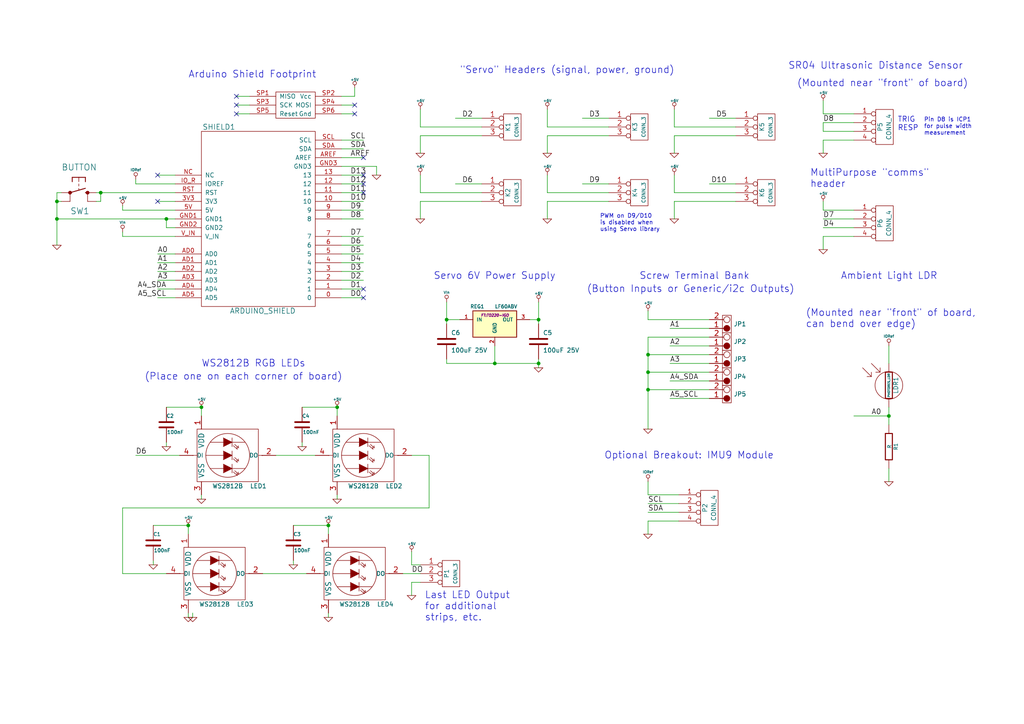
<source format=kicad_sch>
(kicad_sch (version 20230121) (generator eeschema)
  (paper "A4")
  (title_block (title "SimpleBot Shield V1.0") (rev "V1.0") (comment 2 "tapr.org/ohl") (comment 3 "Licensed unde TAPR OHL") (comment 4 "(C) 2014 Freetronics Pty Ltd"))
  (lib_symbols
    (symbol "simplebot_shield-rescue:+5V" (power) (pin_names (offset 1.016))
      (property "Value" "+5V" (at 0 2.286 0))
      (symbol "+5V_0_0"
        (pin power_in line (at 0 0 90) (length 0) hide (name "+5V") (number "1"))
      )
      (symbol "+5V_0_1"
        (polyline (pts (xy 0 0) (xy 0 0.762) (xy 0 0.762) (xy 0 0.762)))
        (circle (center 0 1.27) (radius 0.508))
      )
    )
    (symbol "simplebot_shield-rescue:+6V" (power) (pin_names (offset 0))
      (property "Value" "+6V" (at 0 2.54 0))
      (symbol "+6V_0_0"
        (pin power_in line (at 0 0 90) (length 0) hide (name "+6V") (number "1"))
      )
      (symbol "+6V_0_1"
        (polyline (pts (xy 0 0) (xy 0 1.016) (xy 0 1.016)))
        (circle (center 0 1.524) (radius 0.508))
      )
    )
    (symbol "simplebot_shield-rescue:ARDUINO_SHIELD" (pin_names (offset 1.016))
      (property "Reference" "SHIELD" (at -11.43 29.21 0))
      (property "Value" "ARDUINO_SHIELD" (at 1.27 -24.13 0))
      (symbol "ARDUINO_SHIELD_0_1"
        (rectangle (start -16.51 -22.86) (end 16.51 27.94))
        (rectangle (start 5.08 39.37) (end 16.51 31.75))
      )
      (symbol "ARDUINO_SHIELD_1_1"
        (pin bidirectional line (at 24.13 -20.32 180) (length 7.62) (name "0") (number "0"))
        (pin bidirectional line (at 24.13 -17.78 180) (length 7.62) (name "1") (number "1"))
        (pin bidirectional line (at 24.13 7.62 180) (length 7.62) (name "10") (number "10"))
        (pin bidirectional line (at 24.13 10.16 180) (length 7.62) (name "11") (number "11"))
        (pin bidirectional line (at 24.13 12.7 180) (length 7.62) (name "12") (number "12"))
        (pin bidirectional line (at 24.13 15.24 180) (length 7.62) (name "13") (number "13"))
        (pin bidirectional line (at 24.13 -15.24 180) (length 7.62) (name "2") (number "2"))
        (pin bidirectional line (at 24.13 -12.7 180) (length 7.62) (name "3") (number "3"))
        (pin power_out line (at -24.13 7.62 0) (length 7.62) (name "3V3") (number "3V3"))
        (pin bidirectional line (at 24.13 -10.16 180) (length 7.62) (name "4") (number "4"))
        (pin bidirectional line (at 24.13 -7.62 180) (length 7.62) (name "5") (number "5"))
        (pin power_out line (at -24.13 5.08 0) (length 7.62) (name "5V") (number "5V"))
        (pin bidirectional line (at 24.13 -5.08 180) (length 7.62) (name "6") (number "6"))
        (pin bidirectional line (at 24.13 -2.54 180) (length 7.62) (name "7") (number "7"))
        (pin bidirectional line (at 24.13 2.54 180) (length 7.62) (name "8") (number "8"))
        (pin bidirectional line (at 24.13 5.08 180) (length 7.62) (name "9") (number "9"))
        (pin bidirectional line (at -24.13 -7.62 0) (length 7.62) (name "AD0") (number "AD0"))
        (pin bidirectional line (at -24.13 -10.16 0) (length 7.62) (name "AD1") (number "AD1"))
        (pin bidirectional line (at -24.13 -12.7 0) (length 7.62) (name "AD2") (number "AD2"))
        (pin bidirectional line (at -24.13 -15.24 0) (length 7.62) (name "AD3") (number "AD3"))
        (pin bidirectional line (at -24.13 -17.78 0) (length 7.62) (name "AD4") (number "AD4"))
        (pin bidirectional line (at -24.13 -20.32 0) (length 7.62) (name "AD5") (number "AD5"))
        (pin power_out line (at 24.13 20.32 180) (length 7.62) (name "AREF") (number "AREF"))
        (pin power_out line (at -24.13 2.54 0) (length 7.62) (name "GND1") (number "GND1"))
        (pin power_out line (at -24.13 0 0) (length 7.62) (name "GND2") (number "GND2"))
        (pin power_out line (at 24.13 17.78 180) (length 7.62) (name "GND3") (number "GND3"))
        (pin power_out line (at -24.13 12.7 0) (length 7.62) (name "IOREF") (number "IO_R"))
        (pin passive line (at -24.13 15.24 0) (length 7.62) (name "NC") (number "NC"))
        (pin input line (at -24.13 10.16 0) (length 7.62) (name "RST") (number "RST"))
        (pin output line (at 24.13 25.4 180) (length 7.62) (name "SCL") (number "SCL"))
        (pin bidirectional line (at 24.13 22.86 180) (length 7.62) (name "SDA") (number "SDA"))
        (pin bidirectional line (at -2.54 38.1 0) (length 7.62) (name "MISO") (number "SP1"))
        (pin power_out line (at 24.13 38.1 180) (length 7.62) (name "Vcc") (number "SP2"))
        (pin bidirectional line (at -2.54 35.56 0) (length 7.62) (name "SCK") (number "SP3"))
        (pin bidirectional line (at 24.13 35.56 180) (length 7.62) (name "MOSI") (number "SP4"))
        (pin input line (at -2.54 33.02 0) (length 7.62) (name "Reset") (number "SP5"))
        (pin power_out line (at 24.13 33.02 180) (length 7.62) (name "Gnd") (number "SP6"))
        (pin power_out line (at -24.13 -2.54 0) (length 7.62) (name "V_IN") (number "V_IN"))
      )
    )
    (symbol "simplebot_shield-rescue:C" (pin_numbers hide) (pin_names (offset 0.254))
      (property "Reference" "C" (at 0 2.54 0))
      (property "Value" "C" (at 0.1524 -2.159 0))
      (symbol "C_0_1"
        (polyline (pts (xy -2.032 -0.762) (xy 2.032 -0.762)) (stroke (width 0.508)))
        (polyline (pts (xy -2.032 0.762) (xy 2.032 0.762)) (stroke (width 0.508)))
      )
      (symbol "C_1_1"
        (pin passive line (at 0 5.08 270) (length 4.318) (name "~") (number "1"))
        (pin passive line (at 0 -5.08 90) (length 4.318) (name "~") (number "2"))
      )
    )
    (symbol "simplebot_shield-rescue:CAP" (pin_numbers hide) (pin_names (offset 0.254))
      (property "Reference" "C" (at 1.27 2.54 0))
      (property "Value" "CAP" (at 1.27 -2.54 0))
      (symbol "CAP_0_1"
        (polyline (pts (xy -2.54 -0.762) (xy 2.54 -0.762)) (stroke (width 0.508)))
        (polyline (pts (xy -2.54 0.762) (xy 2.54 0.762)) (stroke (width 0.508)))
      )
      (symbol "CAP_1_1"
        (pin passive line (at 0 5.08 270) (length 4.318) (name "~") (number "1"))
        (pin passive line (at 0 -5.08 90) (length 4.318) (name "~") (number "2"))
      )
    )
    (symbol "simplebot_shield-rescue:CONN_3" (pin_names (offset 1.016) hide)
      (property "Reference" "K" (at -1.27 0 90))
      (property "Value" "CONN_3" (at 1.27 0 90))
      (symbol "CONN_3_0_1"
        (rectangle (start -2.54 3.81) (end 2.54 -3.81))
      )
      (symbol "CONN_3_1_1"
        (pin passive inverted (at -8.89 2.54 0) (length 6.35) (name "P1") (number "1"))
        (pin passive inverted (at -8.89 0 0) (length 6.35) (name "PM") (number "2"))
        (pin passive inverted (at -8.89 -2.54 0) (length 6.35) (name "P3") (number "3"))
      )
    )
    (symbol "simplebot_shield-rescue:CONN_4" (pin_names (offset 1.016) hide)
      (property "Reference" "P" (at -1.27 0 90))
      (property "Value" "CONN_4" (at 1.27 0 90))
      (symbol "CONN_4_0_1"
        (rectangle (start -2.54 5.08) (end 2.54 -5.08))
      )
      (symbol "CONN_4_1_1"
        (pin passive inverted (at -8.89 3.81 0) (length 6.35) (name "P1") (number "1"))
        (pin passive inverted (at -8.89 1.27 0) (length 6.35) (name "P2") (number "2"))
        (pin passive inverted (at -8.89 -1.27 0) (length 6.35) (name "P3") (number "3"))
        (pin passive inverted (at -8.89 -3.81 0) (length 6.35) (name "P4") (number "4"))
      )
    )
    (symbol "simplebot_shield-rescue:GND" (power) (pin_names (offset 0))
      (symbol "GND_0_1"
        (polyline (pts (xy -1.27 0) (xy 0 -1.27) (xy 1.27 0) (xy -1.27 0)))
      )
      (symbol "GND_1_1"
        (pin power_in line (at 0 0 90) (length 0) hide (name "GND") (number "1"))
      )
    )
    (symbol "simplebot_shield-rescue:IORef" (power) (pin_names (offset 0))
      (property "Value" "IORef" (at 0 2.794 0))
      (symbol "IORef_0_0"
        (pin power_in line (at 0 0 90) (length 0) hide (name "IORef") (number "1"))
      )
      (symbol "IORef_0_1"
        (polyline (pts (xy 0 0) (xy 0 1.016) (xy 0 1.016)))
        (circle (center 0 1.524) (radius 0.508))
      )
    )
    (symbol "simplebot_shield-rescue:LM7806CT" (pin_names (offset 1.016))
      (property "Reference" "U" (at -5.08 5.08 0))
      (property "Value" "LM7806CT" (at 0 5.08 0))
      (property "Footprint" "TO-220" (at 0 2.54 0))
      (symbol "LM7806CT_0_1"
        (rectangle (start -6.35 3.81) (end 6.35 -3.81) (stroke (width 0.254)) (fill (type background)))
      )
      (symbol "LM7806CT_1_1"
        (pin input line (at -10.16 1.27 0) (length 3.81) (name "IN") (number "1"))
        (pin power_in line (at 0 -6.35 90) (length 2.54) (name "GND") (number "2"))
        (pin power_out line (at 10.16 1.27 180) (length 3.81) (name "OUT") (number "3"))
      )
    )
    (symbol "simplebot_shield-rescue:M02" (pin_names (offset 0.762) hide)
      (property "Reference" "JP" (at -2.54 2.54 0))
      (property "Value" "M02" (at -2.54 -5.08 0))
      (symbol "M02_0_1"
        (circle (center -2.54 0) (radius 0.889) (fill (type outline)))
        (polyline (pts (xy -3.81 1.27) (xy -1.27 1.27) (xy -1.27 -3.81) (xy -3.81 -3.81) (xy -3.81 1.27)))
        (pin passive line (at -7.62 0 0) (length 4.191) (name "1") (number "1"))
        (pin passive line (at -7.62 -2.54 0) (length 4.191) (name "2") (number "2"))
      )
      (symbol "M02_1_1"
        (circle (center -2.54 -2.54) (radius 0.889))
      )
    )
    (symbol "simplebot_shield-rescue:PHOTORES_LDR" (pin_numbers hide) (pin_names (offset 0) hide)
      (property "Reference" "R" (at 2.032 0 90))
      (property "Value" "PHOTORES_LDR" (at 0 0 90))
      (symbol "PHOTORES_LDR_0_1"
        (rectangle (start -1.016 3.81) (end 1.016 -3.81) (stroke (width 0.3048)))
        (polyline (pts (xy -5.08 2.54) (xy -7.62 5.08)))
        (polyline (pts (xy -5.08 2.54) (xy -6.35 2.54)))
        (polyline (pts (xy -5.08 2.54) (xy -5.08 3.81)))
        (polyline (pts (xy -2.54 3.81) (xy -5.08 6.35)))
        (polyline (pts (xy -2.54 3.81) (xy -3.81 3.81)))
        (polyline (pts (xy -2.54 3.81) (xy -2.54 5.08) (xy -2.54 3.81)))
        (circle (center 0 0) (radius 4.0132))
      )
      (symbol "PHOTORES_LDR_1_1"
        (pin passive line (at 0 6.35 270) (length 2.54) (name "1") (number "1"))
        (pin passive line (at 0 -6.35 90) (length 2.54) (name "2") (number "2"))
      )
    )
    (symbol "simplebot_shield-rescue:R" (pin_numbers hide) (pin_names (offset 0))
      (property "Reference" "R" (at 2.032 0 90))
      (property "Value" "R" (at 0.1778 0.0254 90))
      (symbol "R_0_1"
        (rectangle (start -1.016 3.81) (end 1.016 -3.81) (stroke (width 0.3048)))
      )
      (symbol "R_1_1"
        (pin passive line (at 0 6.35 270) (length 2.54) (name "~") (number "1"))
        (pin passive line (at 0 -6.35 90) (length 2.54) (name "~") (number "2"))
      )
    )
    (symbol "simplebot_shield-rescue:SWITCH-MOMENTARY" (pin_names (offset 2.54))
      (property "Reference" "U" (at -2.54 -6.35 0))
      (property "Value" "SWITCH-MOMENTARY" (at -2.54 6.35 0))
      (symbol "SWITCH-MOMENTARY_0_0"
        (circle (center -2.54 0) (radius 0.127) (stroke (width 0.4064)))
        (polyline (pts (xy -2.54 -2.54) (xy -2.54 0)) (stroke (width 0.1524)))
        (polyline (pts (xy -2.54 0) (xy 1.905 1.27)) (stroke (width 0.254)))
        (polyline (pts (xy -1.905 4.445) (xy -1.905 3.175)) (stroke (width 0.254)))
        (polyline (pts (xy 0 1.27) (xy 0 0.635)) (stroke (width 0.1524)))
        (polyline (pts (xy 0 2.54) (xy 0 1.905)) (stroke (width 0.1524)))
        (polyline (pts (xy 0 4.445) (xy -1.905 4.445)) (stroke (width 0.254)))
        (polyline (pts (xy 0 4.445) (xy 0 3.175)) (stroke (width 0.1524)))
        (polyline (pts (xy 1.905 0) (xy 2.54 0)) (stroke (width 0.254)))
        (polyline (pts (xy 1.905 4.445) (xy 0 4.445)) (stroke (width 0.254)))
        (polyline (pts (xy 1.905 4.445) (xy 1.905 3.175)) (stroke (width 0.254)))
        (polyline (pts (xy 2.54 -2.54) (xy 2.54 0)) (stroke (width 0.1524)))
        (circle (center 2.54 0) (radius 0.127) (stroke (width 0.4064)))
        (pin passive line (at -5.08 0 0) (length 2.54) (name "1") (number "1"))
        (pin passive line (at -5.08 -2.54 0) (length 2.54) (name "2") (number "2"))
        (pin passive line (at 5.08 0 180) (length 2.54) (name "3") (number "3"))
        (pin passive line (at 5.08 -2.54 180) (length 2.54) (name "4") (number "4"))
      )
    )
    (symbol "simplebot_shield-rescue:VIn" (power) (pin_names (offset 0))
      (property "Value" "VIn" (at 0 2.794 0))
      (symbol "VIn_0_0"
        (pin power_in line (at 0 0 90) (length 0) hide (name "VIn") (number "1"))
      )
      (symbol "VIn_0_1"
        (polyline (pts (xy 0 0) (xy 0 1.016) (xy 0 1.016)))
        (circle (center 0 1.524) (radius 0.508))
      )
    )
    (symbol "simplebot_shield-rescue:WS2812B" (pin_names (offset 1.016))
      (property "Reference" "LED" (at 8.89 -12.7 0))
      (property "Value" "WS2812B" (at 0 -12.7 0))
      (symbol "WS2812B_0_1"
        (rectangle (start -8.89 3.81) (end 8.89 -11.43))
        (circle (center 0 -3.81) (radius 6.35))
        (polyline (pts (xy -10.16 -3.81) (xy -8.89 -3.81)))
        (polyline (pts (xy -1.27 -7.62) (xy -5.08 -7.62)))
        (polyline (pts (xy -1.27 -3.81) (xy -6.35 -3.81)))
        (polyline (pts (xy -1.27 0) (xy -5.08 0)))
        (polyline (pts (xy 1.27 -7.62) (xy 5.08 -7.62)))
        (polyline (pts (xy 1.27 -6.35) (xy 1.27 -8.89)))
        (polyline (pts (xy 1.27 -2.54) (xy 1.27 -5.08)))
        (polyline (pts (xy 1.27 0) (xy 5.08 0)))
        (polyline (pts (xy 1.27 1.27) (xy 1.27 -1.27)))
        (polyline (pts (xy 10.16 -3.81) (xy 8.89 -3.81)))
        (polyline (pts (xy -1.27 -6.35) (xy 1.27 -7.62) (xy -1.27 -8.89)) (fill (type outline)))
        (polyline (pts (xy -1.27 -2.54) (xy 1.27 -3.81) (xy -1.27 -5.08)) (fill (type outline)))
        (polyline (pts (xy -1.27 1.27) (xy 1.27 0) (xy -1.27 -1.27)) (fill (type outline)))
        (polyline (pts (xy 1.651 -8.636) (xy 2.794 -9.652) (xy 2.667 -9.017)))
        (polyline (pts (xy 1.651 -4.826) (xy 2.794 -5.842) (xy 2.667 -5.207)))
        (polyline (pts (xy 1.651 -1.016) (xy 2.794 -2.032) (xy 2.667 -1.397)))
        (polyline (pts (xy 2.032 -8.255) (xy 3.175 -9.271) (xy 3.048 -8.636)))
        (polyline (pts (xy 2.032 -4.445) (xy 3.175 -5.461) (xy 3.048 -4.826)))
        (polyline (pts (xy 2.032 -0.635) (xy 3.175 -1.651) (xy 3.048 -1.016)))
      )
      (symbol "WS2812B_1_1"
        (pin power_in line (at -7.62 7.62 270) (length 3.81) (name "VDD") (number "1"))
        (pin output line (at 13.97 -3.81 180) (length 4.0894) (name "DO") (number "2"))
        (pin power_in line (at -7.62 -15.24 90) (length 3.81) (name "VSS") (number "3"))
        (pin input line (at -13.97 -3.81 0) (length 3.9878) (name "DI") (number "4"))
      )
    )
  )
  (junction (at 29.21 55.88))
  (junction (at 129.54 92.71))
  (junction (at 257.81 120.65))
  (junction (at 16.51 63.5))
  (junction (at 187.96 107.95))
  (junction (at 95.25 152.4))
  (junction (at 156.21 105.41))
  (junction (at 156.21 92.71))
  (junction (at 54.61 152.4))
  (junction (at 48.26 63.5))
  (junction (at 143.51 105.41))
  (junction (at 16.51 58.42))
  (junction (at 187.96 102.87))
  (junction (at 187.96 113.03))
  (junction (at 97.79 118.11))
  (junction (at 58.42 118.11))
  (no_connect (at 105.41 83.82))
  (no_connect (at 105.41 55.88))
  (no_connect (at 105.41 50.8))
  (no_connect (at 68.58 27.94))
  (no_connect (at 102.87 30.48))
  (no_connect (at 105.41 86.36))
  (no_connect (at 105.41 45.72))
  (no_connect (at 45.72 50.8))
  (no_connect (at 68.58 30.48))
  (no_connect (at 45.72 58.42))
  (no_connect (at 68.58 33.02))
  (no_connect (at 105.41 53.34))
  (no_connect (at 102.87 33.02))
  (wire (pts (xy 99.06 78.74) (xy 105.41 78.74)))
  (wire (pts (xy 176.53 36.83) (xy 158.75 36.83)))
  (wire (pts (xy 257.81 105.41) (xy 257.81 100.33)))
  (wire (pts (xy 48.26 128.27) (xy 48.26 129.54)))
  (wire (pts (xy 187.96 113.03) (xy 187.96 124.46)))
  (wire (pts (xy 99.06 73.66) (xy 105.41 73.66)))
  (wire (pts (xy 99.06 68.58) (xy 105.41 68.58)))
  (wire (pts (xy 213.36 55.88) (xy 195.58 55.88)))
  (wire (pts (xy 213.36 34.29) (xy 205.74 34.29)))
  (wire (pts (xy 176.53 58.42) (xy 158.75 58.42)))
  (wire (pts (xy 133.35 92.71) (xy 129.54 92.71)))
  (wire (pts (xy 99.06 30.48) (xy 102.87 30.48)))
  (wire (pts (xy 238.76 40.64) (xy 238.76 44.45)))
  (wire (pts (xy 156.21 104.14) (xy 156.21 105.41)))
  (wire (pts (xy 50.8 73.66) (xy 45.72 73.66)))
  (wire (pts (xy 97.79 118.11) (xy 87.63 118.11)))
  (wire (pts (xy 247.65 38.1) (xy 238.76 38.1)))
  (wire (pts (xy 205.74 100.33) (xy 194.31 100.33)))
  (wire (pts (xy 50.8 78.74) (xy 45.72 78.74)))
  (wire (pts (xy 95.25 152.4) (xy 85.09 152.4)))
  (wire (pts (xy 50.8 66.04) (xy 48.26 66.04)))
  (wire (pts (xy 72.39 27.94) (xy 68.58 27.94)))
  (wire (pts (xy 119.38 163.83) (xy 119.38 160.02)))
  (wire (pts (xy 109.22 48.26) (xy 109.22 50.8)))
  (wire (pts (xy 99.06 43.18) (xy 105.41 43.18)))
  (wire (pts (xy 187.96 107.95) (xy 187.96 113.03)))
  (wire (pts (xy 129.54 92.71) (xy 129.54 93.98)))
  (wire (pts (xy 95.25 154.94) (xy 95.25 152.4)))
  (wire (pts (xy 99.06 33.02) (xy 102.87 33.02)))
  (wire (pts (xy 257.81 120.65) (xy 257.81 123.19)))
  (wire (pts (xy 97.79 120.65) (xy 97.79 118.11)))
  (wire (pts (xy 187.96 151.13) (xy 187.96 154.94)))
  (wire (pts (xy 139.7 55.88) (xy 121.92 55.88)))
  (wire (pts (xy 247.65 35.56) (xy 238.76 35.56)))
  (wire (pts (xy 124.46 147.32) (xy 35.56 147.32)))
  (wire (pts (xy 29.21 55.88) (xy 50.8 55.88)))
  (wire (pts (xy 247.65 66.04) (xy 238.76 66.04)))
  (wire (pts (xy 44.45 162.56) (xy 44.45 163.83)))
  (wire (pts (xy 238.76 33.02) (xy 238.76 29.21)))
  (wire (pts (xy 39.37 53.34) (xy 50.8 53.34)))
  (wire (pts (xy 205.74 115.57) (xy 194.31 115.57)))
  (wire (pts (xy 116.84 166.37) (xy 121.92 166.37)))
  (wire (pts (xy 54.61 154.94) (xy 54.61 152.4)))
  (wire (pts (xy 50.8 86.36) (xy 45.72 86.36)))
  (wire (pts (xy 176.53 53.34) (xy 168.91 53.34)))
  (wire (pts (xy 97.79 144.78) (xy 97.79 143.51)))
  (wire (pts (xy 205.74 110.49) (xy 194.31 110.49)))
  (wire (pts (xy 99.06 55.88) (xy 105.41 55.88)))
  (wire (pts (xy 205.74 92.71) (xy 187.96 92.71)))
  (wire (pts (xy 54.61 179.07) (xy 54.61 177.8)))
  (wire (pts (xy 156.21 92.71) (xy 156.21 93.98)))
  (wire (pts (xy 29.21 55.88) (xy 29.21 58.42)))
  (wire (pts (xy 99.06 40.64) (xy 105.41 40.64)))
  (wire (pts (xy 196.85 148.59) (xy 187.96 148.59)))
  (wire (pts (xy 129.54 105.41) (xy 129.54 104.14)))
  (wire (pts (xy 102.87 27.94) (xy 102.87 25.4)))
  (wire (pts (xy 213.36 58.42) (xy 195.58 58.42)))
  (wire (pts (xy 187.96 97.79) (xy 187.96 102.87)))
  (wire (pts (xy 158.75 36.83) (xy 158.75 31.75)))
  (wire (pts (xy 99.06 71.12) (xy 105.41 71.12)))
  (wire (pts (xy 187.96 107.95) (xy 205.74 107.95)))
  (wire (pts (xy 35.56 60.96) (xy 35.56 59.69)))
  (wire (pts (xy 176.53 34.29) (xy 168.91 34.29)))
  (wire (pts (xy 158.75 39.37) (xy 158.75 44.45)))
  (wire (pts (xy 55.88 179.07) (xy 55.88 177.8)))
  (wire (pts (xy 35.56 147.32) (xy 35.56 166.37)))
  (wire (pts (xy 257.81 120.65) (xy 247.65 120.65)))
  (wire (pts (xy 153.67 92.71) (xy 156.21 92.71)))
  (wire (pts (xy 99.06 45.72) (xy 105.41 45.72)))
  (wire (pts (xy 187.96 102.87) (xy 187.96 107.95)))
  (wire (pts (xy 129.54 87.63) (xy 129.54 92.71)))
  (wire (pts (xy 238.76 60.96) (xy 247.65 60.96)))
  (wire (pts (xy 176.53 39.37) (xy 158.75 39.37)))
  (wire (pts (xy 238.76 58.42) (xy 238.76 60.96)))
  (wire (pts (xy 156.21 105.41) (xy 156.21 106.68)))
  (wire (pts (xy 35.56 68.58) (xy 35.56 67.31)))
  (wire (pts (xy 139.7 53.34) (xy 132.08 53.34)))
  (wire (pts (xy 54.61 152.4) (xy 44.45 152.4)))
  (wire (pts (xy 205.74 95.25) (xy 194.31 95.25)))
  (wire (pts (xy 16.51 63.5) (xy 48.26 63.5)))
  (wire (pts (xy 58.42 144.78) (xy 58.42 143.51)))
  (wire (pts (xy 143.51 105.41) (xy 156.21 105.41)))
  (wire (pts (xy 196.85 146.05) (xy 187.96 146.05)))
  (wire (pts (xy 247.65 63.5) (xy 238.76 63.5)))
  (wire (pts (xy 99.06 58.42) (xy 105.41 58.42)))
  (wire (pts (xy 187.96 113.03) (xy 205.74 113.03)))
  (wire (pts (xy 158.75 55.88) (xy 158.75 50.8)))
  (wire (pts (xy 88.9 166.37) (xy 76.2 166.37)))
  (wire (pts (xy 187.96 143.51) (xy 187.96 139.7)))
  (wire (pts (xy 238.76 68.58) (xy 238.76 72.39)))
  (wire (pts (xy 121.92 168.91) (xy 119.38 168.91)))
  (wire (pts (xy 187.96 102.87) (xy 205.74 102.87)))
  (wire (pts (xy 257.81 118.11) (xy 257.81 120.65)))
  (wire (pts (xy 195.58 36.83) (xy 195.58 31.75)))
  (wire (pts (xy 99.06 76.2) (xy 105.41 76.2)))
  (wire (pts (xy 139.7 36.83) (xy 121.92 36.83)))
  (wire (pts (xy 187.96 97.79) (xy 205.74 97.79)))
  (wire (pts (xy 99.06 86.36) (xy 105.41 86.36)))
  (wire (pts (xy 52.07 132.08) (xy 39.37 132.08)))
  (wire (pts (xy 50.8 58.42) (xy 45.72 58.42)))
  (wire (pts (xy 156.21 87.63) (xy 156.21 92.71)))
  (wire (pts (xy 99.06 83.82) (xy 105.41 83.82)))
  (wire (pts (xy 213.36 39.37) (xy 195.58 39.37)))
  (wire (pts (xy 39.37 52.07) (xy 39.37 53.34)))
  (wire (pts (xy 95.25 179.07) (xy 95.25 177.8)))
  (wire (pts (xy 58.42 118.11) (xy 48.26 118.11)))
  (wire (pts (xy 139.7 58.42) (xy 121.92 58.42)))
  (wire (pts (xy 16.51 58.42) (xy 16.51 63.5)))
  (wire (pts (xy 72.39 30.48) (xy 68.58 30.48)))
  (wire (pts (xy 99.06 27.94) (xy 102.87 27.94)))
  (wire (pts (xy 80.01 132.08) (xy 91.44 132.08)))
  (wire (pts (xy 50.8 50.8) (xy 45.72 50.8)))
  (wire (pts (xy 121.92 36.83) (xy 121.92 31.75)))
  (wire (pts (xy 121.92 163.83) (xy 119.38 163.83)))
  (wire (pts (xy 16.51 58.42) (xy 17.78 58.42)))
  (wire (pts (xy 238.76 38.1) (xy 238.76 35.56)))
  (wire (pts (xy 58.42 120.65) (xy 58.42 118.11)))
  (wire (pts (xy 205.74 105.41) (xy 194.31 105.41)))
  (wire (pts (xy 143.51 100.33) (xy 143.51 105.41)))
  (wire (pts (xy 121.92 58.42) (xy 121.92 63.5)))
  (wire (pts (xy 119.38 132.08) (xy 124.46 132.08)))
  (wire (pts (xy 48.26 166.37) (xy 35.56 166.37)))
  (wire (pts (xy 48.26 63.5) (xy 50.8 63.5)))
  (wire (pts (xy 247.65 68.58) (xy 238.76 68.58)))
  (wire (pts (xy 48.26 66.04) (xy 48.26 63.5)))
  (wire (pts (xy 139.7 34.29) (xy 132.08 34.29)))
  (wire (pts (xy 121.92 55.88) (xy 121.92 50.8)))
  (wire (pts (xy 139.7 39.37) (xy 121.92 39.37)))
  (wire (pts (xy 99.06 63.5) (xy 105.41 63.5)))
  (wire (pts (xy 99.06 50.8) (xy 105.41 50.8)))
  (wire (pts (xy 99.06 81.28) (xy 105.41 81.28)))
  (wire (pts (xy 247.65 33.02) (xy 238.76 33.02)))
  (wire (pts (xy 195.58 39.37) (xy 195.58 44.45)))
  (wire (pts (xy 50.8 76.2) (xy 45.72 76.2)))
  (wire (pts (xy 99.06 60.96) (xy 105.41 60.96)))
  (wire (pts (xy 50.8 68.58) (xy 35.56 68.58)))
  (wire (pts (xy 213.36 36.83) (xy 195.58 36.83)))
  (wire (pts (xy 99.06 53.34) (xy 105.41 53.34)))
  (wire (pts (xy 247.65 40.64) (xy 238.76 40.64)))
  (wire (pts (xy 72.39 33.02) (xy 68.58 33.02)))
  (wire (pts (xy 27.94 55.88) (xy 29.21 55.88)))
  (wire (pts (xy 85.09 162.56) (xy 85.09 163.83)))
  (wire (pts (xy 16.51 63.5) (xy 16.51 71.12)))
  (wire (pts (xy 17.78 55.88) (xy 16.51 55.88)))
  (wire (pts (xy 176.53 55.88) (xy 158.75 55.88)))
  (wire (pts (xy 196.85 151.13) (xy 187.96 151.13)))
  (wire (pts (xy 187.96 92.71) (xy 187.96 90.17)))
  (wire (pts (xy 129.54 105.41) (xy 143.51 105.41)))
  (wire (pts (xy 196.85 143.51) (xy 187.96 143.51)))
  (wire (pts (xy 109.22 48.26) (xy 99.06 48.26)))
  (wire (pts (xy 195.58 58.42) (xy 195.58 63.5)))
  (wire (pts (xy 124.46 132.08) (xy 124.46 147.32)))
  (wire (pts (xy 29.21 58.42) (xy 27.94 58.42)))
  (wire (pts (xy 195.58 55.88) (xy 195.58 50.8)))
  (wire (pts (xy 87.63 128.27) (xy 87.63 129.54)))
  (wire (pts (xy 35.56 60.96) (xy 50.8 60.96)))
  (wire (pts (xy 158.75 58.42) (xy 158.75 63.5)))
  (wire (pts (xy 257.81 135.89) (xy 257.81 139.7)))
  (wire (pts (xy 119.38 168.91) (xy 119.38 172.72)))
  (wire (pts (xy 213.36 53.34) (xy 205.74 53.34)))
  (wire (pts (xy 16.51 55.88) (xy 16.51 58.42)))
  (wire (pts (xy 50.8 83.82) (xy 45.72 83.82)))
  (wire (pts (xy 50.8 81.28) (xy 45.72 81.28)))
  (wire (pts (xy 121.92 39.37) (xy 121.92 44.45)))
  (text "(Place one on each corner of board)" (at 41.91 110.49 0) (effects (font (size 2.0066 2.0066)) (justify left bottom)))
  (text "Optional Breakout: IMU9 Module" (at 175.26 133.35 0) (effects (font (size 2.0066 2.0066)) (justify left bottom)))
  (text "Ambient Light LDR" (at 243.84 81.28 0) (effects (font (size 2.0066 2.0066)) (justify left bottom)))
  (text "Arduino Shield Footprint" (at 54.61 22.86 0) (effects (font (size 2.0066 2.0066)) (justify left bottom)))
  (text "(Mounted near \"front\" of board,\ncan bend over edge)" (at 233.68 95.25 0) (effects (font (size 2.0066 2.0066)) (justify left bottom)))
  (text "(Button Inputs or Generic/i2c Outputs)" (at 170.18 85.09 0) (effects (font (size 2.0066 2.0066)) (justify left bottom)))
  (text "MultiPurpose \"comms\"\nheader" (at 234.95 54.61 0) (effects (font (size 2.0066 2.0066)) (justify left bottom)))
  (text "Servo 6V Power Supply" (at 125.73 81.28 0) (effects (font (size 2.0066 2.0066)) (justify left bottom)))
  (text "(Mounted near \"front\" of board)" (at 231.14 25.4 0) (effects (font (size 2.0066 2.0066)) (justify left bottom)))
  (text "WS2812B RGB LEDs" (at 58.42 106.68 0) (effects (font (size 2.0066 2.0066)) (justify left bottom)))
  (text "SR04 Ultrasonic Distance Sensor" (at 228.6 20.32 0) (effects (font (size 2.0066 2.0066)) (justify left bottom)))
  (text "Pin D8 is ICP1\nfor pulse width\nmeasurement" (at 267.97 39.37 0) (effects (font (size 1.1938 1.1938)) (justify left bottom)))
  (text "PWM on D9/D10\nis disabled when\nusing Servo library" (at 173.99 67.31 0) (effects (font (size 1.1938 1.1938)) (justify left bottom)))
  (text "\"Servo\" Headers (signal, power, ground)" (at 133.35 21.59 0) (effects (font (size 2.0066 2.0066)) (justify left bottom)))
  (text "Screw Terminal Bank" (at 185.42 81.28 0) (effects (font (size 2.0066 2.0066)) (justify left bottom)))
  (text "TRIG\nRESP" (at 260.35 38.1 0) (effects (font (size 1.524 1.524)) (justify left bottom)))
  (text "Last LED Output\nfor additional\nstrips, etc." (at 123.19 180.34 0) (effects (font (size 2.0066 2.0066)) (justify left bottom)))
  (label "A2" (at 194.31 100.33 0) (effects (font (size 1.4986 1.4986))))
  (label "DO" (at 119.38 166.37 0) (effects (font (size 1.524 1.524))))
  (label "D7" (at 101.6 68.58 0) (effects (font (size 1.524 1.524))))
  (label "A4_SDA" (at 48.26 83.82 180) (effects (font (size 1.524 1.524))))
  (label "D7" (at 238.76 63.5 0) (effects (font (size 1.524 1.524))))
  (label "SCL" (at 101.6 40.64 0) (effects (font (size 1.524 1.524))))
  (label "A5_SCL" (at 194.31 115.57 0) (effects (font (size 1.4986 1.4986))))
  (label "D11" (at 101.6 55.88 0) (effects (font (size 1.524 1.524))))
  (label "A3" (at 194.31 105.41 0) (effects (font (size 1.4986 1.4986))))
  (label "A1" (at 194.31 95.25 0) (effects (font (size 1.4986 1.4986))))
  (label "D5" (at 101.6 73.66 0) (effects (font (size 1.524 1.524))))
  (label "D9" (at 173.99 53.34 180) (effects (font (size 1.4986 1.4986))))
  (label "D1" (at 101.6 83.82 0) (effects (font (size 1.524 1.524))))
  (label "D4" (at 238.76 66.04 0) (effects (font (size 1.524 1.524))))
  (label "D6" (at 39.37 132.08 0) (effects (font (size 1.524 1.524))))
  (label "A1" (at 45.72 76.2 0) (effects (font (size 1.524 1.524))))
  (label "D2" (at 101.6 81.28 0) (effects (font (size 1.524 1.524))))
  (label "D13" (at 101.6 50.8 0) (effects (font (size 1.524 1.524))))
  (label "A0" (at 252.73 120.65 0) (effects (font (size 1.4986 1.4986))))
  (label "SDA" (at 187.96 148.59 0) (effects (font (size 1.4986 1.4986))))
  (label "D8" (at 238.76 35.56 0) (effects (font (size 1.4986 1.4986))))
  (label "D0" (at 101.6 86.36 0) (effects (font (size 1.524 1.524))))
  (label "SCL" (at 187.96 146.05 0) (effects (font (size 1.4986 1.4986))))
  (label "A5_SCL" (at 48.26 86.36 180) (effects (font (size 1.524 1.524))))
  (label "D4" (at 101.6 76.2 0) (effects (font (size 1.524 1.524))))
  (label "D9" (at 101.6 60.96 0) (effects (font (size 1.524 1.524))))
  (label "D3" (at 173.99 34.29 180) (effects (font (size 1.4986 1.4986))))
  (label "D3" (at 101.6 78.74 0) (effects (font (size 1.524 1.524))))
  (label "SDA" (at 101.6 43.18 0) (effects (font (size 1.524 1.524))))
  (label "AREF" (at 101.6 45.72 0) (effects (font (size 1.524 1.524))))
  (label "D5" (at 210.82 34.29 180) (effects (font (size 1.4986 1.4986))))
  (label "D10" (at 101.6 58.42 0) (effects (font (size 1.524 1.524))))
  (label "A0" (at 45.72 73.66 0) (effects (font (size 1.524 1.524))))
  (label "A2" (at 45.72 78.74 0) (effects (font (size 1.524 1.524))))
  (label "A4_SDA" (at 194.31 110.49 0) (effects (font (size 1.4986 1.4986))))
  (label "D8" (at 101.6 63.5 0) (effects (font (size 1.524 1.524))))
  (label "A3" (at 45.72 81.28 0) (effects (font (size 1.524 1.524))))
  (label "D10" (at 210.82 53.34 180) (effects (font (size 1.4986 1.4986))))
  (label "D6" (at 101.6 71.12 0) (effects (font (size 1.524 1.524))))
  (label "D12" (at 101.6 53.34 0) (effects (font (size 1.524 1.524))))
  (label "D6" (at 137.16 53.34 180) (effects (font (size 1.4986 1.4986))))
  (label "D2" (at 137.16 34.29 180) (effects (font (size 1.4986 1.4986))))
  (symbol (lib_id "simplebot_shield-rescue:ARDUINO_SHIELD") (at 74.93 66.04 0) (unit 1)
    (property "Reference" "SHIELD1" (at 63.5 36.83 0) (effects (font (size 1.524 1.524))))
    (property "Value" "ARDUINO_SHIELD" (at 76.2 90.17 0) (effects (font (size 1.524 1.524))))
    (property "Footprint" "FT:ARDUINO_SHIELD" (effects hide))
  )
  (symbol (lib_id "simplebot_shield-rescue:CONN_3") (at 148.59 36.83 0) (unit 1)
    (property "Reference" "K1" (at 147.32 36.83 90))
    (property "Value" "CONN_3" (at 149.86 36.83 90) (effects (font (size 1.016 1.016))))
    (property "Footprint" "FT:1X03" (effects hide))
  )
  (symbol (lib_id "simplebot_shield-rescue:GND") (at 121.92 44.45 0) (unit 1)
    (property "Reference" "#PWR01" (effects hide))
    (property "Value" "GND" (effects hide))
  )
  (symbol (lib_id "simplebot_shield-rescue:CONN_3") (at 185.42 36.83 0) (unit 1)
    (property "Reference" "K3" (at 184.15 36.83 90))
    (property "Value" "CONN_3" (at 186.69 36.83 90) (effects (font (size 1.016 1.016))))
    (property "Footprint" "FT:1X03" (effects hide))
  )
  (symbol (lib_id "simplebot_shield-rescue:GND") (at 158.75 44.45 0) (unit 1)
    (property "Reference" "#PWR02" (effects hide))
    (property "Value" "GND" (effects hide))
  )
  (symbol (lib_id "simplebot_shield-rescue:CONN_3") (at 222.25 36.83 0) (unit 1)
    (property "Reference" "K5" (at 220.98 36.83 90))
    (property "Value" "CONN_3" (at 223.52 36.83 90) (effects (font (size 1.016 1.016))))
    (property "Footprint" "FT:1X03" (effects hide))
  )
  (symbol (lib_id "simplebot_shield-rescue:GND") (at 195.58 44.45 0) (unit 1)
    (property "Reference" "#PWR03" (effects hide))
    (property "Value" "GND" (effects hide))
  )
  (symbol (lib_id "simplebot_shield-rescue:CONN_3") (at 148.59 55.88 0) (unit 1)
    (property "Reference" "K2" (at 147.32 55.88 90))
    (property "Value" "CONN_3" (at 149.86 55.88 90) (effects (font (size 1.016 1.016))))
    (property "Footprint" "FT:1X03" (effects hide))
  )
  (symbol (lib_id "simplebot_shield-rescue:GND") (at 121.92 63.5 0) (unit 1)
    (property "Reference" "#PWR04" (effects hide))
    (property "Value" "GND" (effects hide))
  )
  (symbol (lib_id "simplebot_shield-rescue:CONN_3") (at 185.42 55.88 0) (unit 1)
    (property "Reference" "K4" (at 184.15 55.88 90))
    (property "Value" "CONN_3" (at 186.69 55.88 90) (effects (font (size 1.016 1.016))))
    (property "Footprint" "FT:1X03" (effects hide))
  )
  (symbol (lib_id "simplebot_shield-rescue:GND") (at 158.75 63.5 0) (unit 1)
    (property "Reference" "#PWR05" (effects hide))
    (property "Value" "GND" (effects hide))
  )
  (symbol (lib_id "simplebot_shield-rescue:CONN_3") (at 222.25 55.88 0) (unit 1)
    (property "Reference" "K6" (at 220.98 55.88 90))
    (property "Value" "CONN_3" (at 223.52 55.88 90) (effects (font (size 1.016 1.016))))
    (property "Footprint" "FT:1X03" (effects hide))
  )
  (symbol (lib_id "simplebot_shield-rescue:GND") (at 195.58 63.5 0) (unit 1)
    (property "Reference" "#PWR06" (effects hide))
    (property "Value" "GND" (effects hide))
  )
  (symbol (lib_id "simplebot_shield-rescue:GND") (at 187.96 124.46 0) (unit 1)
    (property "Reference" "#PWR07" (effects hide))
    (property "Value" "GND" (effects hide))
  )
  (symbol (lib_id "simplebot_shield-rescue:R") (at 257.81 129.54 0) (unit 1)
    (property "Reference" "R1" (at 259.842 129.54 90) (effects (font (size 1.016 1.016))))
    (property "Value" "R" (at 257.9878 129.5146 90) (effects (font (size 1.016 1.016))))
    (property "Footprint" "FT:RES_AXIAL_400MIL" (effects hide))
  )
  (symbol (lib_id "simplebot_shield-rescue:PHOTORES_LDR") (at 257.81 111.76 0) (unit 1)
    (property "Reference" "LDR1" (at 259.842 111.76 90))
    (property "Value" "PHOTORES_LDR" (at 257.81 111.76 90) (effects (font (size 0.6096 0.6096))))
    (property "Footprint" "FT:CAP-PTH-SMALL" (effects hide))
  )
  (symbol (lib_id "simplebot_shield-rescue:GND") (at 257.81 139.7 0) (unit 1)
    (property "Reference" "#PWR08" (effects hide))
    (property "Value" "GND" (effects hide))
  )
  (symbol (lib_id "simplebot_shield-rescue:WS2812B") (at 66.04 128.27 0) (unit 1)
    (property "Reference" "LED1" (at 74.93 140.97 0))
    (property "Value" "WS2812B" (at 66.04 140.97 0))
    (property "Footprint" "FT:WS2812B" (effects hide))
  )
  (symbol (lib_id "simplebot_shield-rescue:+5V") (at 58.42 118.11 0) (unit 1)
    (property "Reference" "#PWR09" (effects hide))
    (property "Value" "+5V" (at 58.42 115.824 0) (effects (font (size 0.762 0.762))))
  )
  (symbol (lib_id "simplebot_shield-rescue:C") (at 48.26 123.19 0) (unit 1)
    (property "Reference" "C2" (at 48.26 120.65 0) (effects (font (size 1.016 1.016)) (justify left)))
    (property "Value" "100nF" (at 48.4124 125.349 0) (effects (font (size 1.016 1.016)) (justify left)))
    (property "Footprint" "FT:0603" (effects hide))
  )
  (symbol (lib_id "simplebot_shield-rescue:GND") (at 48.26 129.54 0) (unit 1)
    (property "Reference" "#PWR010" (effects hide))
    (property "Value" "GND" (effects hide))
  )
  (symbol (lib_id "simplebot_shield-rescue:GND") (at 58.42 144.78 0) (unit 1)
    (property "Reference" "#PWR011" (effects hide))
    (property "Value" "GND" (effects hide))
  )
  (symbol (lib_id "simplebot_shield-rescue:GND") (at 55.88 179.07 0) (unit 1)
    (property "Reference" "#PWR012" (effects hide))
    (property "Value" "GND" (effects hide))
  )
  (symbol (lib_id "simplebot_shield-rescue:WS2812B") (at 105.41 128.27 0) (unit 1)
    (property "Reference" "LED2" (at 114.3 140.97 0))
    (property "Value" "WS2812B" (at 105.41 140.97 0))
    (property "Footprint" "FT:WS2812B" (effects hide))
  )
  (symbol (lib_id "simplebot_shield-rescue:+5V") (at 97.79 118.11 0) (unit 1)
    (property "Reference" "#PWR013" (effects hide))
    (property "Value" "+5V" (at 97.79 115.824 0) (effects (font (size 0.762 0.762))))
  )
  (symbol (lib_id "simplebot_shield-rescue:C") (at 87.63 123.19 0) (unit 1)
    (property "Reference" "C4" (at 87.63 120.65 0) (effects (font (size 1.016 1.016)) (justify left)))
    (property "Value" "100nF" (at 87.7824 125.349 0) (effects (font (size 1.016 1.016)) (justify left)))
    (property "Footprint" "FT:0603" (effects hide))
  )
  (symbol (lib_id "simplebot_shield-rescue:GND") (at 87.63 129.54 0) (unit 1)
    (property "Reference" "#PWR014" (effects hide))
    (property "Value" "GND" (effects hide))
  )
  (symbol (lib_id "simplebot_shield-rescue:GND") (at 97.79 144.78 0) (unit 1)
    (property "Reference" "#PWR015" (effects hide))
    (property "Value" "GND" (effects hide))
  )
  (symbol (lib_id "simplebot_shield-rescue:WS2812B") (at 62.23 162.56 0) (unit 1)
    (property "Reference" "LED3" (at 71.12 175.26 0))
    (property "Value" "WS2812B" (at 62.23 175.26 0))
    (property "Footprint" "FT:WS2812B" (effects hide))
  )
  (symbol (lib_id "simplebot_shield-rescue:+5V") (at 54.61 152.4 0) (unit 1)
    (property "Reference" "#PWR016" (effects hide))
    (property "Value" "+5V" (at 54.61 150.114 0) (effects (font (size 0.762 0.762))))
  )
  (symbol (lib_id "simplebot_shield-rescue:C") (at 44.45 157.48 0) (unit 1)
    (property "Reference" "C1" (at 44.45 154.94 0) (effects (font (size 1.016 1.016)) (justify left)))
    (property "Value" "100nF" (at 44.6024 159.639 0) (effects (font (size 1.016 1.016)) (justify left)))
    (property "Footprint" "FT:0603" (effects hide))
  )
  (symbol (lib_id "simplebot_shield-rescue:GND") (at 44.45 163.83 0) (unit 1)
    (property "Reference" "#PWR017" (effects hide))
    (property "Value" "GND" (effects hide))
  )
  (symbol (lib_id "simplebot_shield-rescue:GND") (at 54.61 179.07 0) (unit 1)
    (property "Reference" "#PWR018" (effects hide))
    (property "Value" "GND" (effects hide))
  )
  (symbol (lib_id "simplebot_shield-rescue:WS2812B") (at 102.87 162.56 0) (unit 1)
    (property "Reference" "LED4" (at 111.76 175.26 0))
    (property "Value" "WS2812B" (at 102.87 175.26 0))
    (property "Footprint" "FT:WS2812B" (effects hide))
  )
  (symbol (lib_id "simplebot_shield-rescue:+5V") (at 95.25 152.4 0) (unit 1)
    (property "Reference" "#PWR019" (effects hide))
    (property "Value" "+5V" (at 95.25 150.114 0) (effects (font (size 0.762 0.762))))
  )
  (symbol (lib_id "simplebot_shield-rescue:C") (at 85.09 157.48 0) (unit 1)
    (property "Reference" "C3" (at 85.09 154.94 0) (effects (font (size 1.016 1.016)) (justify left)))
    (property "Value" "100nF" (at 85.2424 159.639 0) (effects (font (size 1.016 1.016)) (justify left)))
    (property "Footprint" "FT:0603" (effects hide))
  )
  (symbol (lib_id "simplebot_shield-rescue:GND") (at 85.09 163.83 0) (unit 1)
    (property "Reference" "#PWR020" (effects hide))
    (property "Value" "GND" (effects hide))
  )
  (symbol (lib_id "simplebot_shield-rescue:GND") (at 95.25 179.07 0) (unit 1)
    (property "Reference" "#PWR021" (effects hide))
    (property "Value" "GND" (effects hide))
  )
  (symbol (lib_id "simplebot_shield-rescue:CONN_4") (at 205.74 147.32 0) (unit 1)
    (property "Reference" "P2" (at 204.47 147.32 90))
    (property "Value" "CONN_4" (at 207.01 147.32 90))
    (property "Footprint" "FT:FT_MODULE_IMU9" (effects hide))
  )
  (symbol (lib_id "simplebot_shield-rescue:GND") (at 187.96 154.94 0) (unit 1)
    (property "Reference" "#PWR022" (effects hide))
    (property "Value" "GND" (effects hide))
  )
  (symbol (lib_id "simplebot_shield-rescue:CONN_4") (at 256.54 36.83 0) (unit 1)
    (property "Reference" "P5" (at 255.27 36.83 90))
    (property "Value" "CONN_4" (at 257.81 36.83 90))
    (property "Footprint" "FT:1X04" (effects hide))
  )
  (symbol (lib_id "simplebot_shield-rescue:+5V") (at 238.76 29.21 0) (unit 1)
    (property "Reference" "#PWR023" (effects hide))
    (property "Value" "+5V" (at 238.76 26.924 0) (effects (font (size 0.762 0.762))))
  )
  (symbol (lib_id "simplebot_shield-rescue:GND") (at 238.76 44.45 0) (unit 1)
    (property "Reference" "#PWR024" (effects hide))
    (property "Value" "GND" (effects hide))
  )
  (symbol (lib_id "simplebot_shield-rescue:IORef") (at 187.96 139.7 0) (unit 1)
    (property "Reference" "#PWR025" (effects hide))
    (property "Value" "IORef" (at 187.96 136.906 0) (effects (font (size 0.762 0.762))))
  )
  (symbol (lib_id "simplebot_shield-rescue:IORef") (at 39.37 52.07 0) (unit 1)
    (property "Reference" "#PWR026" (effects hide))
    (property "Value" "IORef" (at 39.37 49.276 0) (effects (font (size 0.762 0.762))))
  )
  (symbol (lib_id "simplebot_shield-rescue:SWITCH-MOMENTARY") (at 22.86 55.88 0) (unit 1)
    (property "Reference" "SW1" (at 20.32 62.23 0) (effects (font (size 1.778 1.778)) (justify left bottom)))
    (property "Value" "BUTTON" (at 17.78 49.53 0) (effects (font (size 1.778 1.778)) (justify left bottom)))
    (property "Footprint" "FT:TACTILE-PTH" (effects hide))
  )
  (symbol (lib_id "simplebot_shield-rescue:GND") (at 16.51 71.12 0) (unit 1)
    (property "Reference" "#PWR027" (effects hide))
    (property "Value" "GND" (effects hide))
  )
  (symbol (lib_id "simplebot_shield-rescue:+5V") (at 35.56 59.69 0) (unit 1)
    (property "Reference" "#PWR028" (effects hide))
    (property "Value" "+5V" (at 35.56 57.404 0) (effects (font (size 0.762 0.762))))
  )
  (symbol (lib_id "simplebot_shield-rescue:GND") (at 109.22 50.8 0) (unit 1)
    (property "Reference" "#PWR029" (effects hide))
    (property "Value" "GND" (effects hide))
  )
  (symbol (lib_id "simplebot_shield-rescue:+5V") (at 187.96 90.17 0) (unit 1)
    (property "Reference" "#PWR030" (effects hide))
    (property "Value" "+5V" (at 187.96 87.884 0) (effects (font (size 0.762 0.762))))
  )
  (symbol (lib_id "simplebot_shield-rescue:CONN_4") (at 256.54 64.77 0) (unit 1)
    (property "Reference" "P6" (at 255.27 64.77 90))
    (property "Value" "CONN_4" (at 257.81 64.77 90))
    (property "Footprint" "FT:1X04" (effects hide))
  )
  (symbol (lib_id "simplebot_shield-rescue:+5V") (at 238.76 58.42 0) (unit 1)
    (property "Reference" "#PWR031" (effects hide))
    (property "Value" "+5V" (at 238.76 56.134 0) (effects (font (size 0.762 0.762))))
  )
  (symbol (lib_id "simplebot_shield-rescue:GND") (at 238.76 72.39 0) (unit 1)
    (property "Reference" "#PWR032" (effects hide))
    (property "Value" "GND" (effects hide))
  )
  (symbol (lib_id "simplebot_shield-rescue:M02") (at 213.36 115.57 0) (mirror x) (unit 1)
    (property "Reference" "JP5" (at 214.63 114.3 0))
    (property "Value" "M02" (effects hide))
    (property "Footprint" "FT:SCREWTERMINAL-5MM-2" (effects hide))
  )
  (symbol (lib_id "simplebot_shield-rescue:M02") (at 213.36 110.49 0) (mirror x) (unit 1)
    (property "Reference" "JP4" (at 214.63 109.22 0))
    (property "Value" "M02" (effects hide))
    (property "Footprint" "FT:SCREWTERMINAL-5MM-2" (effects hide))
  )
  (symbol (lib_id "simplebot_shield-rescue:M02") (at 213.36 105.41 0) (mirror x) (unit 1)
    (property "Reference" "JP3" (at 214.63 104.14 0))
    (property "Value" "M02" (effects hide))
    (property "Footprint" "FT:SCREWTERMINAL-5MM-2" (effects hide))
  )
  (symbol (lib_id "simplebot_shield-rescue:M02") (at 213.36 100.33 0) (mirror x) (unit 1)
    (property "Reference" "JP2" (at 214.63 99.06 0))
    (property "Value" "M02" (effects hide))
    (property "Footprint" "FT:SCREWTERMINAL-5MM-2" (effects hide))
  )
  (symbol (lib_id "simplebot_shield-rescue:M02") (at 213.36 95.25 0) (mirror x) (unit 1)
    (property "Reference" "JP1" (at 214.63 93.98 0))
    (property "Value" "M02" (effects hide))
    (property "Footprint" "FT:SCREWTERMINAL-5MM-2" (effects hide))
  )
  (symbol (lib_id "simplebot_shield-rescue:CAP") (at 156.21 99.06 0) (unit 1)
    (property "Reference" "C5" (at 157.48 96.52 0) (effects (justify left)))
    (property "Value" "100uF 25V" (at 157.48 101.6 0) (effects (justify left)))
    (property "Footprint" "FT:E2-5" (effects hide))
  )
  (symbol (lib_id "simplebot_shield-rescue:GND") (at 156.21 106.68 0) (unit 1)
    (property "Reference" "#PWR033" (effects hide))
    (property "Value" "GND" (effects hide))
  )
  (symbol (lib_id "simplebot_shield-rescue:+5V") (at 102.87 25.4 0) (unit 1)
    (property "Reference" "#PWR034" (effects hide))
    (property "Value" "+5V" (at 102.87 23.114 0) (effects (font (size 0.762 0.762))))
  )
  (symbol (lib_id "simplebot_shield-rescue:VIn") (at 35.56 67.31 0) (unit 1)
    (property "Reference" "#PWR035" (effects hide))
    (property "Value" "VIn" (at 35.56 64.516 0) (effects (font (size 0.762 0.762))))
  )
  (symbol (lib_id "simplebot_shield-rescue:VIn") (at 129.54 87.63 0) (unit 1)
    (property "Reference" "#PWR036" (effects hide))
    (property "Value" "VIn" (at 129.54 84.836 0) (effects (font (size 0.762 0.762))))
  )
  (symbol (lib_id "simplebot_shield-rescue:CAP") (at 129.54 99.06 0) (unit 1)
    (property "Reference" "C6" (at 130.81 96.52 0) (effects (justify left)))
    (property "Value" "100uF 25V" (at 130.81 101.6 0) (effects (justify left)))
    (property "Footprint" "FT:E2-5" (effects hide))
  )
  (symbol (lib_id "simplebot_shield-rescue:LM7806CT") (at 143.51 93.98 0) (unit 1)
    (property "Reference" "REG1" (at 138.43 88.9 0) (effects (font (size 1.016 1.016))))
    (property "Value" "LF60ABV" (at 143.51 88.9 0) (effects (font (size 1.016 1.016)) (justify left)))
    (property "Footprint" "FT:TO220-IGO" (at 143.51 91.44 0) (effects (font (size 0.762 0.762) italic)))
  )
  (symbol (lib_id "simplebot_shield-rescue:+6V") (at 156.21 87.63 0) (unit 1)
    (property "Reference" "#PWR037" (effects hide))
    (property "Value" "+6V" (at 156.21 85.09 0) (effects (font (size 0.762 0.762))))
  )
  (symbol (lib_id "simplebot_shield-rescue:+6V") (at 121.92 50.8 0) (unit 1)
    (property "Reference" "#PWR038" (effects hide))
    (property "Value" "+6V" (at 121.92 48.26 0) (effects (font (size 0.762 0.762))))
  )
  (symbol (lib_id "simplebot_shield-rescue:+6V") (at 158.75 50.8 0) (unit 1)
    (property "Reference" "#PWR039" (effects hide))
    (property "Value" "+6V" (at 158.75 48.26 0) (effects (font (size 0.762 0.762))))
  )
  (symbol (lib_id "simplebot_shield-rescue:+6V") (at 195.58 50.8 0) (unit 1)
    (property "Reference" "#PWR040" (effects hide))
    (property "Value" "+6V" (at 195.58 48.26 0) (effects (font (size 0.762 0.762))))
  )
  (symbol (lib_id "simplebot_shield-rescue:+6V") (at 195.58 31.75 0) (unit 1)
    (property "Reference" "#PWR041" (effects hide))
    (property "Value" "+6V" (at 195.58 29.21 0) (effects (font (size 0.762 0.762))))
  )
  (symbol (lib_id "simplebot_shield-rescue:+6V") (at 158.75 31.75 0) (unit 1)
    (property "Reference" "#PWR042" (effects hide))
    (property "Value" "+6V" (at 158.75 29.21 0) (effects (font (size 0.762 0.762))))
  )
  (symbol (lib_id "simplebot_shield-rescue:+6V") (at 121.92 31.75 0) (unit 1)
    (property "Reference" "#PWR043" (effects hide))
    (property "Value" "+6V" (at 121.92 29.21 0) (effects (font (size 0.762 0.762))))
  )
  (symbol (lib_id "simplebot_shield-rescue:CONN_3") (at 130.81 166.37 0) (unit 1)
    (property "Reference" "P1" (at 129.54 166.37 90))
    (property "Value" "CONN_3" (at 132.08 166.37 90) (effects (font (size 1.016 1.016))))
    (property "Footprint" "FT:1X03" (effects hide))
  )
  (symbol (lib_id "simplebot_shield-rescue:GND") (at 119.38 172.72 0) (unit 1)
    (property "Reference" "#PWR044" (effects hide))
    (property "Value" "GND" (effects hide))
  )
  (symbol (lib_id "simplebot_shield-rescue:+5V") (at 119.38 160.02 0) (unit 1)
    (property "Reference" "#PWR045" (effects hide))
    (property "Value" "+5V" (at 119.38 157.734 0) (effects (font (size 0.762 0.762))))
  )
  (symbol (lib_id "simplebot_shield-rescue:IORef") (at 257.81 100.33 0) (unit 1)
    (property "Reference" "#PWR046" (effects hide))
    (property "Value" "IORef" (at 257.81 97.536 0) (effects (font (size 0.762 0.762))))
  )
)
</source>
